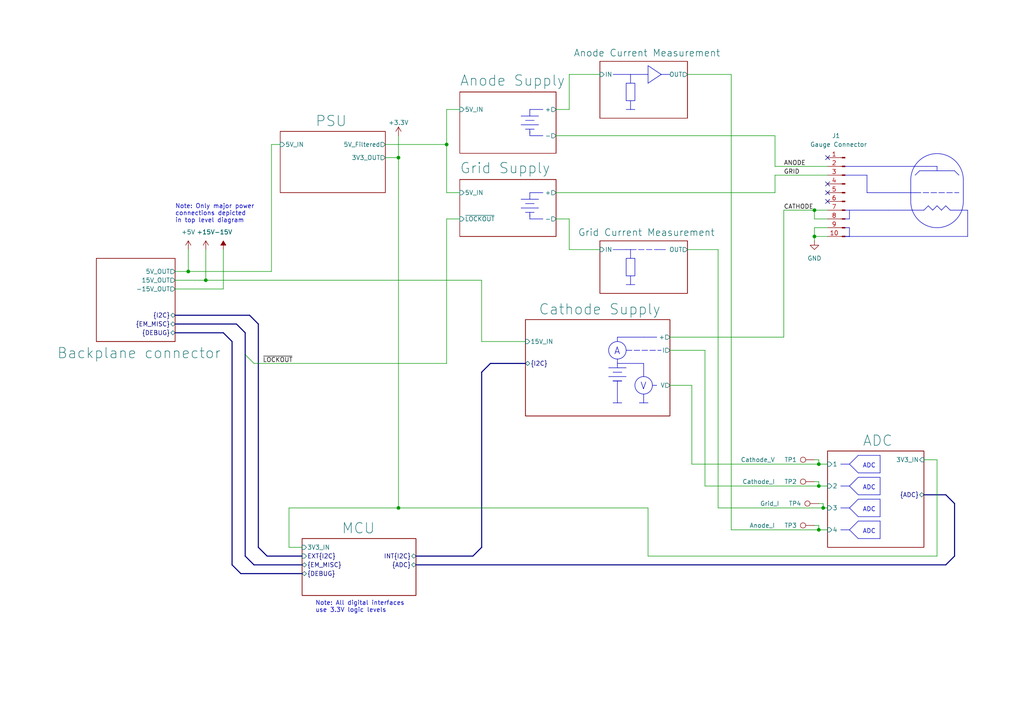
<source format=kicad_sch>
(kicad_sch (version 20230121) (generator eeschema)
  (paper "A4")
  (title_block (title "EuroMeasure Ion Gauge Controller") (date "2024-01-20") (rev "1.1.0"))
  (lib_symbols
    (symbol "Connector:Conn_01x10_Pin" (pin_names (offset 1.016) hide)
      (property "Reference" "J" (at 0 12.7 0))
      (property "Value" "Conn_01x10_Pin" (at 0 -15.24 0))
      (symbol "Conn_01x10_Pin_1_1"
        (polyline (pts (xy 1.27 -12.7) (xy 0.8636 -12.7)) (stroke (width 0.1524)))
        (polyline (pts (xy 1.27 -10.16) (xy 0.8636 -10.16)) (stroke (width 0.1524)))
        (polyline (pts (xy 1.27 -7.62) (xy 0.8636 -7.62)) (stroke (width 0.1524)))
        (polyline (pts (xy 1.27 -5.08) (xy 0.8636 -5.08)) (stroke (width 0.1524)))
        (polyline (pts (xy 1.27 -2.54) (xy 0.8636 -2.54)) (stroke (width 0.1524)))
        (polyline (pts (xy 1.27 0) (xy 0.8636 0)) (stroke (width 0.1524)))
        (polyline (pts (xy 1.27 2.54) (xy 0.8636 2.54)) (stroke (width 0.1524)))
        (polyline (pts (xy 1.27 5.08) (xy 0.8636 5.08)) (stroke (width 0.1524)))
        (polyline (pts (xy 1.27 7.62) (xy 0.8636 7.62)) (stroke (width 0.1524)))
        (polyline (pts (xy 1.27 10.16) (xy 0.8636 10.16)) (stroke (width 0.1524)))
        (rectangle (start 0.8636 -12.573) (end 0 -12.827) (stroke (width 0.1524)) (fill (type outline)))
        (rectangle (start 0.8636 -10.033) (end 0 -10.287) (stroke (width 0.1524)) (fill (type outline)))
        (rectangle (start 0.8636 -7.493) (end 0 -7.747) (stroke (width 0.1524)) (fill (type outline)))
        (rectangle (start 0.8636 -4.953) (end 0 -5.207) (stroke (width 0.1524)) (fill (type outline)))
        (rectangle (start 0.8636 -2.413) (end 0 -2.667) (stroke (width 0.1524)) (fill (type outline)))
        (rectangle (start 0.8636 0.127) (end 0 -0.127) (stroke (width 0.1524)) (fill (type outline)))
        (rectangle (start 0.8636 2.667) (end 0 2.413) (stroke (width 0.1524)) (fill (type outline)))
        (rectangle (start 0.8636 5.207) (end 0 4.953) (stroke (width 0.1524)) (fill (type outline)))
        (rectangle (start 0.8636 7.747) (end 0 7.493) (stroke (width 0.1524)) (fill (type outline)))
        (rectangle (start 0.8636 10.287) (end 0 10.033) (stroke (width 0.1524)) (fill (type outline)))
        (pin passive line (at 5.08 10.16 180) (length 3.81) (name "Pin_1") (number "1"))
        (pin passive line (at 5.08 -12.7 180) (length 3.81) (name "Pin_10") (number "10"))
        (pin passive line (at 5.08 7.62 180) (length 3.81) (name "Pin_2") (number "2"))
        (pin passive line (at 5.08 5.08 180) (length 3.81) (name "Pin_3") (number "3"))
        (pin passive line (at 5.08 2.54 180) (length 3.81) (name "Pin_4") (number "4"))
        (pin passive line (at 5.08 0 180) (length 3.81) (name "Pin_5") (number "5"))
        (pin passive line (at 5.08 -2.54 180) (length 3.81) (name "Pin_6") (number "6"))
        (pin passive line (at 5.08 -5.08 180) (length 3.81) (name "Pin_7") (number "7"))
        (pin passive line (at 5.08 -7.62 180) (length 3.81) (name "Pin_8") (number "8"))
        (pin passive line (at 5.08 -10.16 180) (length 3.81) (name "Pin_9") (number "9"))
      )
    )
    (symbol "MEMS_Other:TP_1mm_via" (pin_numbers hide) (pin_names (offset 0.762) hide) (in_bom no)
      (property "Reference" "TP" (at 0 6.858 0))
      (property "Value" "TestPoint" (at 0 5.08 0))
      (symbol "TP_1mm_via_0_1"
        (circle (center 0 3.302) (radius 0.762))
      )
      (symbol "TP_1mm_via_1_1"
        (pin passive line (at 0 0 90) (length 2.54) (name "1") (number "1"))
      )
    )
    (symbol "power:+15V" (power) (pin_names (offset 0))
      (property "Value" "+15V" (at 0 3.556 0))
      (symbol "+15V_0_1"
        (polyline (pts (xy -0.762 1.27) (xy 0 2.54)))
        (polyline (pts (xy 0 0) (xy 0 2.54)))
        (polyline (pts (xy 0 2.54) (xy 0.762 1.27)))
      )
      (symbol "+15V_1_1"
        (pin power_in line (at 0 0 90) (length 0) hide (name "+15V") (number "1"))
      )
    )
    (symbol "power:+3.3V" (power) (pin_names (offset 0))
      (property "Value" "+3.3V" (at 0 3.556 0))
      (symbol "+3.3V_0_1"
        (polyline (pts (xy -0.762 1.27) (xy 0 2.54)))
        (polyline (pts (xy 0 0) (xy 0 2.54)))
        (polyline (pts (xy 0 2.54) (xy 0.762 1.27)))
      )
      (symbol "+3.3V_1_1"
        (pin power_in line (at 0 0 90) (length 0) hide (name "+3.3V") (number "1"))
      )
    )
    (symbol "power:+5V" (power) (pin_names (offset 0))
      (property "Value" "+5V" (at 0 3.556 0))
      (symbol "+5V_0_1"
        (polyline (pts (xy -0.762 1.27) (xy 0 2.54)))
        (polyline (pts (xy 0 0) (xy 0 2.54)))
        (polyline (pts (xy 0 2.54) (xy 0.762 1.27)))
      )
      (symbol "+5V_1_1"
        (pin power_in line (at 0 0 90) (length 0) hide (name "+5V") (number "1"))
      )
    )
    (symbol "power:-15V" (power) (pin_names (offset 0))
      (property "Value" "-15V" (at 0 3.81 0))
      (symbol "-15V_0_0"
        (pin power_in line (at 0 0 90) (length 0) hide (name "-15V") (number "1"))
      )
      (symbol "-15V_0_1"
        (polyline (pts (xy 0 0) (xy 0 1.27) (xy 0.762 1.27) (xy 0 2.54) (xy -0.762 1.27) (xy 0 1.27)) (fill (type outline)))
      )
    )
    (symbol "power:GND" (power) (pin_names (offset 0))
      (property "Value" "GND" (at 0 -3.81 0))
      (symbol "GND_0_1"
        (polyline (pts (xy 0 0) (xy 0 -1.27) (xy 1.27 -1.27) (xy 0 -2.54) (xy -1.27 -1.27) (xy 0 -1.27)))
      )
      (symbol "GND_1_1"
        (pin power_in line (at 0 0 270) (length 0) hide (name "GND") (number "1"))
      )
    )
  )
  (bus_alias "ADC" (members "RESET" "DRDY" "CS" "SCLK" "DIN" "DOUT"))
  (junction (at 59.69 81.28))
  (junction (at 237.49 140.97))
  (junction (at 236.22 68.58))
  (junction (at 54.61 78.74))
  (junction (at 238.76 147.32))
  (junction (at 115.57 45.72))
  (junction (at 237.49 153.67))
  (junction (at 115.57 147.32))
  (junction (at 129.54 41.91))
  (junction (at 237.49 134.62))
  (junction (at 236.22 60.96))
  (no_connect (at 240.03 58.42))
  (no_connect (at 240.03 45.72))
  (no_connect (at 240.03 55.88))
  (no_connect (at 240.03 53.34))
  (bus_entry (at 71.12 102.87) (size 2.54 2.54))
  (polyline (pts (xy 157.48 39.37) (xy 153.67 39.37)))
  (wire (pts (xy 129.54 105.41) (xy 129.54 63.5)))
  (polyline (pts (xy 151.13 33.655) (xy 156.21 33.655)))
  (polyline (pts (xy 255.27 151.13) (xy 255.27 156.21)))
  (polyline (pts (xy 246.38 147.32) (xy 248.92 144.78)))
  (polyline (pts (xy 248.92 151.13) (xy 255.27 151.13)))
  (bus (pts (xy 74.93 93.98) (xy 72.39 91.44)))
  (polyline (pts (xy 153.67 62.865) (xy 153.67 61.595)))
  (wire (pts (xy 238.76 147.32) (xy 240.03 147.32)))
  (bus (pts (xy 139.7 107.95) (xy 142.24 105.41)))
  (wire (pts (xy 59.69 81.28) (xy 139.7 81.28)))
  (polyline (pts (xy 246.38 63.5) (xy 246.38 60.96)))
  (polyline (pts (xy 153.67 31.75) (xy 153.67 33.655)))
  (bus (pts (xy 267.97 143.51) (xy 274.32 143.51)))
  (polyline (pts (xy 245.11 68.58) (xy 246.38 68.58)))
  (polyline (pts (xy 271.78 48.26) (xy 271.78 49.53)))
  (polyline (pts (xy 280.67 60.96) (xy 275.59 60.96)))
  (polyline (pts (xy 248.92 149.86) (xy 255.27 149.86)))
  (polyline (pts (xy 187.96 19.05) (xy 187.96 24.13)))
  (bus (pts (xy 73.66 163.83) (xy 71.12 161.29)))
  (wire (pts (xy 129.54 31.75) (xy 133.35 31.75)))
  (polyline (pts (xy 276.86 49.53) (xy 278.13 50.8)))
  (polyline (pts (xy 182.88 21.59) (xy 182.88 24.13)))
  (polyline (pts (xy 190.5 97.79) (xy 186.69 97.79)))
  (wire (pts (xy 129.54 63.5) (xy 133.35 63.5)))
  (polyline (pts (xy 179.07 110.49) (xy 179.07 116.84)))
  (polyline (pts (xy 246.38 68.58) (xy 280.67 68.58)))
  (bus (pts (xy 142.24 105.41) (xy 152.4 105.41)))
  (wire (pts (xy 64.77 83.82) (xy 50.8 83.82)))
  (polyline (pts (xy 182.88 21.59) (xy 187.96 21.59)))
  (polyline (pts (xy 181.61 82.55) (xy 184.15 82.55)))
  (wire (pts (xy 187.96 161.29) (xy 271.78 161.29)))
  (polyline (pts (xy 182.88 72.39) (xy 182.88 74.93)))
  (polyline (pts (xy 179.07 97.79) (xy 186.69 97.79)))
  (bus (pts (xy 50.8 91.44) (xy 72.39 91.44)))
  (bus (pts (xy 74.93 93.98) (xy 74.93 158.75)))
  (polyline (pts (xy 153.67 55.88) (xy 153.67 57.785)))
  (wire (pts (xy 237.49 152.4) (xy 237.49 153.67)))
  (polyline (pts (xy 246.38 68.58) (xy 246.38 68.58)))
  (polyline (pts (xy 265.43 50.8) (xy 266.7 49.53)))
  (polyline (pts (xy 251.46 50.8) (xy 251.46 55.88)))
  (wire (pts (xy 199.39 72.39) (xy 208.28 72.39)))
  (wire (pts (xy 194.31 111.76) (xy 200.66 111.76)))
  (wire (pts (xy 161.29 63.5) (xy 165.1 63.5)))
  (wire (pts (xy 208.28 147.32) (xy 238.76 147.32)))
  (wire (pts (xy 83.82 158.75) (xy 87.63 158.75)))
  (wire (pts (xy 236.22 60.96) (xy 240.03 60.96)))
  (bus (pts (xy 276.86 146.05) (xy 276.86 161.29)))
  (polyline (pts (xy 245.11 50.8) (xy 251.46 50.8)))
  (polyline (pts (xy 248.92 143.51) (xy 255.27 143.51)))
  (wire (pts (xy 236.22 66.04) (xy 240.03 66.04)))
  (bus (pts (xy 50.8 93.98) (xy 68.58 93.98)))
  (wire (pts (xy 78.74 78.74) (xy 54.61 78.74)))
  (polyline (pts (xy 177.8 107.95) (xy 180.34 107.95)))
  (polyline (pts (xy 176.53 106.68) (xy 181.61 106.68)))
  (polyline (pts (xy 248.92 137.16) (xy 255.27 137.16)))
  (polyline (pts (xy 255.27 138.43) (xy 255.27 143.51)))
  (wire (pts (xy 227.33 60.96) (xy 227.33 97.79)))
  (polyline (pts (xy 152.4 34.925) (xy 154.94 34.925)))
  (wire (pts (xy 115.57 39.37) (xy 115.57 45.72)))
  (polyline (pts (xy 179.07 105.41) (xy 186.69 105.41)))
  (wire (pts (xy 50.8 81.28) (xy 59.69 81.28)))
  (polyline (pts (xy 248.92 143.51) (xy 246.38 140.97)))
  (polyline (pts (xy 248.92 144.78) (xy 255.27 144.78)))
  (polyline (pts (xy 185.42 116.84) (xy 186.69 116.84)))
  (wire (pts (xy 238.76 146.05) (xy 238.76 147.32)))
  (polyline (pts (xy 246.38 140.97) (xy 248.92 138.43)))
  (wire (pts (xy 237.49 153.67) (xy 240.03 153.67)))
  (bus (pts (xy 87.63 161.29) (xy 77.47 161.29)))
  (bus (pts (xy 139.7 158.75) (xy 139.7 107.95)))
  (polyline (pts (xy 255.27 132.08) (xy 255.27 137.16)))
  (bus (pts (xy 120.65 161.29) (xy 137.16 161.29)))
  (wire (pts (xy 129.54 55.88) (xy 129.54 41.91)))
  (polyline (pts (xy 157.48 55.88) (xy 153.67 55.88)))
  (bus (pts (xy 87.63 163.83) (xy 73.66 163.83)))
  (polyline (pts (xy 243.84 140.97) (xy 246.38 140.97)))
  (polyline (pts (xy 266.7 49.53) (xy 276.86 49.53)))
  (wire (pts (xy 204.47 140.97) (xy 237.49 140.97)))
  (polyline (pts (xy 279.4 52.07) (xy 279.4 58.42)))
  (polyline (pts (xy 179.07 97.79) (xy 179.07 99.06)))
  (polyline (pts (xy 273.05 60.96) (xy 274.32 59.69)))
  (polyline (pts (xy 186.69 114.3) (xy 186.69 116.84)))
  (wire (pts (xy 165.1 31.75) (xy 165.1 21.59)))
  (wire (pts (xy 236.22 63.5) (xy 236.22 60.96)))
  (polyline (pts (xy 177.8 110.49) (xy 180.34 110.49)))
  (wire (pts (xy 237.49 134.62) (xy 200.66 134.62)))
  (wire (pts (xy 200.66 134.62) (xy 200.66 111.76)))
  (bus (pts (xy 120.65 163.83) (xy 274.32 163.83)))
  (polyline (pts (xy 177.8 110.49) (xy 180.34 110.49)))
  (wire (pts (xy 224.79 55.88) (xy 224.79 50.8)))
  (wire (pts (xy 83.82 147.32) (xy 83.82 158.75)))
  (wire (pts (xy 78.74 41.91) (xy 78.74 78.74)))
  (wire (pts (xy 83.82 147.32) (xy 115.57 147.32)))
  (polyline (pts (xy 243.84 147.32) (xy 246.38 147.32)))
  (wire (pts (xy 237.49 133.35) (xy 237.49 134.62)))
  (polyline (pts (xy 255.27 144.78) (xy 255.27 149.86)))
  (wire (pts (xy 139.7 81.28) (xy 139.7 99.06)))
  (polyline (pts (xy 177.8 116.84) (xy 179.07 116.84)))
  (wire (pts (xy 236.22 133.35) (xy 237.49 133.35)))
  (wire (pts (xy 194.31 101.6) (xy 204.47 101.6)))
  (wire (pts (xy 165.1 72.39) (xy 173.99 72.39)))
  (polyline (pts (xy 245.11 63.5) (xy 246.38 63.5)))
  (polyline (pts (xy 271.78 59.69) (xy 273.05 60.96)))
  (wire (pts (xy 236.22 68.58) (xy 236.22 69.85)))
  (polyline (pts (xy 248.92 138.43) (xy 255.27 138.43)))
  (polyline (pts (xy 182.88 80.01) (xy 182.88 82.55)))
  (polyline (pts (xy 182.88 29.21) (xy 182.88 31.75)))
  (polyline (pts (xy 265.43 55.88) (xy 278.13 55.88)) (stroke (width 0) (type dash)))
  (wire (pts (xy 212.09 21.59) (xy 212.09 153.67)))
  (bus (pts (xy 276.86 146.05) (xy 274.32 143.51)))
  (polyline (pts (xy 151.13 36.195) (xy 156.21 36.195)))
  (bus (pts (xy 67.31 99.06) (xy 67.31 163.83)))
  (bus (pts (xy 71.12 96.52) (xy 68.58 93.98)))
  (polyline (pts (xy 248.92 156.21) (xy 246.38 153.67)))
  (polyline (pts (xy 157.48 63.5) (xy 153.67 63.5)))
  (polyline (pts (xy 152.4 37.465) (xy 154.94 37.465)))
  (polyline (pts (xy 181.61 101.6) (xy 191.77 101.6)) (stroke (width 0) (type dash)))
  (polyline (pts (xy 186.69 109.22) (xy 186.69 105.41)))
  (wire (pts (xy 224.79 50.8) (xy 240.03 50.8)))
  (wire (pts (xy 236.22 152.4) (xy 237.49 152.4)))
  (polyline (pts (xy 246.38 66.04) (xy 246.38 68.58)))
  (polyline (pts (xy 248.92 132.08) (xy 255.27 132.08)))
  (polyline (pts (xy 177.8 72.39) (xy 181.61 72.39)))
  (polyline (pts (xy 181.61 72.39) (xy 182.88 72.39)))
  (polyline (pts (xy 153.67 38.1) (xy 153.67 39.37)))
  (wire (pts (xy 81.28 41.91) (xy 78.74 41.91)))
  (polyline (pts (xy 179.07 104.14) (xy 179.07 106.68)))
  (bus (pts (xy 77.47 161.29) (xy 74.93 158.75)))
  (polyline (pts (xy 243.84 153.67) (xy 246.38 153.67)))
  (polyline (pts (xy 190.5 72.39) (xy 193.04 72.39)))
  (polyline (pts (xy 187.96 19.05) (xy 191.77 21.59)))
  (wire (pts (xy 115.57 45.72) (xy 115.57 147.32)))
  (wire (pts (xy 236.22 68.58) (xy 236.22 66.04)))
  (wire (pts (xy 54.61 72.39) (xy 54.61 78.74)))
  (wire (pts (xy 64.77 72.39) (xy 64.77 83.82)))
  (bus (pts (xy 137.16 161.29) (xy 139.7 158.75)))
  (polyline (pts (xy 270.51 60.96) (xy 271.78 59.69)))
  (polyline (pts (xy 245.11 60.96) (xy 257.81 60.96)))
  (polyline (pts (xy 245.11 68.58) (xy 246.38 68.58)))
  (polyline (pts (xy 248.92 149.86) (xy 246.38 147.32)))
  (polyline (pts (xy 264.16 52.07) (xy 264.16 58.42)))
  (wire (pts (xy 237.49 140.97) (xy 240.03 140.97)))
  (wire (pts (xy 111.76 45.72) (xy 115.57 45.72)))
  (polyline (pts (xy 248.92 137.16) (xy 246.38 134.62)))
  (wire (pts (xy 54.61 78.74) (xy 50.8 78.74)))
  (polyline (pts (xy 179.07 116.84) (xy 180.34 116.84)))
  (polyline (pts (xy 181.61 31.75) (xy 184.15 31.75)))
  (wire (pts (xy 212.09 153.67) (xy 237.49 153.67)))
  (bus (pts (xy 64.77 96.52) (xy 67.31 99.06)))
  (polyline (pts (xy 151.13 57.785) (xy 156.21 57.785)))
  (wire (pts (xy 139.7 99.06) (xy 152.4 99.06)))
  (wire (pts (xy 224.79 48.26) (xy 240.03 48.26)))
  (wire (pts (xy 73.66 105.41) (xy 129.54 105.41)))
  (polyline (pts (xy 177.8 21.59) (xy 182.88 21.59)))
  (wire (pts (xy 187.96 147.32) (xy 187.96 161.29)))
  (bus (pts (xy 274.32 163.83) (xy 276.86 161.29)))
  (wire (pts (xy 165.1 21.59) (xy 173.99 21.59)))
  (polyline (pts (xy 182.88 72.39) (xy 190.5 72.39)) (stroke (width 0) (type dash)))
  (polyline (pts (xy 176.53 109.22) (xy 181.61 109.22)))
  (polyline (pts (xy 153.67 62.23) (xy 153.67 63.5)))
  (polyline (pts (xy 245.11 48.26) (xy 271.78 48.26)))
  (polyline (pts (xy 245.11 66.04) (xy 246.38 66.04)))
  (wire (pts (xy 199.39 21.59) (xy 212.09 21.59)))
  (wire (pts (xy 161.29 31.75) (xy 165.1 31.75)))
  (wire (pts (xy 224.79 48.26) (xy 224.79 39.37)))
  (polyline (pts (xy 189.23 111.76) (xy 190.5 111.76)))
  (bus (pts (xy 71.12 96.52) (xy 71.12 102.87)))
  (bus (pts (xy 71.12 102.87) (xy 71.12 161.29)))
  (wire (pts (xy 271.78 161.29) (xy 271.78 133.35)))
  (bus (pts (xy 50.8 96.52) (xy 64.77 96.52)))
  (wire (pts (xy 129.54 31.75) (xy 129.54 41.91)))
  (polyline (pts (xy 246.38 134.62) (xy 248.92 132.08)))
  (polyline (pts (xy 269.24 59.69) (xy 270.51 60.96)))
  (polyline (pts (xy 267.97 60.96) (xy 257.81 60.96)))
  (polyline (pts (xy 186.69 116.84) (xy 187.96 116.84)))
  (polyline (pts (xy 246.38 153.67) (xy 248.92 151.13)))
  (polyline (pts (xy 248.92 156.21) (xy 255.27 156.21)))
  (wire (pts (xy 236.22 139.7) (xy 237.49 139.7)))
  (wire (pts (xy 59.69 72.39) (xy 59.69 81.28)))
  (wire (pts (xy 165.1 63.5) (xy 165.1 72.39)))
  (polyline (pts (xy 157.48 31.75) (xy 153.67 31.75)))
  (wire (pts (xy 115.57 147.32) (xy 187.96 147.32)))
  (wire (pts (xy 208.28 72.39) (xy 208.28 147.32)))
  (polyline (pts (xy 153.67 38.735) (xy 153.67 37.465)))
  (wire (pts (xy 227.33 60.96) (xy 236.22 60.96)))
  (wire (pts (xy 204.47 101.6) (xy 204.47 140.97)))
  (wire (pts (xy 237.49 146.05) (xy 238.76 146.05)))
  (bus (pts (xy 69.85 166.37) (xy 87.63 166.37)))
  (polyline (pts (xy 267.97 60.96) (xy 269.24 59.69)))
  (wire (pts (xy 133.35 55.88) (xy 129.54 55.88)))
  (wire (pts (xy 237.49 139.7) (xy 237.49 140.97)))
  (polyline (pts (xy 280.67 68.58) (xy 280.67 60.96)))
  (polyline (pts (xy 243.84 134.62) (xy 246.38 134.62)))
  (polyline (pts (xy 191.77 21.59) (xy 187.96 24.13)))
  (polyline (pts (xy 251.46 55.88) (xy 265.43 55.88)))
  (polyline (pts (xy 274.32 59.69) (xy 275.59 60.96)))
  (wire (pts (xy 194.31 97.79) (xy 227.33 97.79)))
  (wire (pts (xy 161.29 39.37) (xy 224.79 39.37)))
  (wire (pts (xy 237.49 134.62) (xy 240.03 134.62)))
  (wire (pts (xy 267.97 133.35) (xy 271.78 133.35)))
  (polyline (pts (xy 151.13 60.325) (xy 156.21 60.325)))
  (bus (pts (xy 67.31 163.83) (xy 69.85 166.37)))
  (polyline (pts (xy 152.4 59.055) (xy 154.94 59.055)))
  (wire (pts (xy 240.03 68.58) (xy 236.22 68.58)))
  (wire (pts (xy 111.76 41.91) (xy 129.54 41.91)))
  (wire (pts (xy 240.03 63.5) (xy 236.22 63.5)))
  (wire (pts (xy 161.29 55.88) (xy 224.79 55.88)))
  (polyline (pts (xy 152.4 61.595) (xy 154.94 61.595)))
  (polyline (pts (xy 191.77 21.59) (xy 194.31 21.59)))
  (rectangle (start 181.61 24.13) (end 184.15 29.21))
  (circle (center 179.07 101.6) (radius 2.54))
  (circle (center 186.69 111.76) (radius 2.54))
  (rectangle (start 181.61 74.93) (end 184.15 80.01))
  (arc (start 279.4 58.5233) (mid 271.78 66.0407) (end 264.16 58.5233))
  (arc (start 264.16 52.07) (mid 271.78 44.5526) (end 279.4 52.07))
  (text "ADC" (at 250.19 135.89 0) (effects (font (size 1.27 1.27)) (justify left bottom)))
  (text "ADC" (at 250.19 142.24 0) (effects (font (size 1.27 1.27)) (justify left bottom)))
  (text "V" (at 185.674 113.284 0) (effects (font (size 2 2)) (justify left bottom)))
  (text "Note: All digital interfaces\nuse 3.3V logic levels" (at 91.44 177.8 0) (effects (font (size 1.27 1.27)) (justify left bottom)))
  (text "A" (at 178.054 103.124 0) (effects (font (size 2 2)) (justify left bottom)))
  (text "Note: Only major power\nconnections depicted\nin top level diagram" (at 50.8 64.77 0) (effects (font (size 1.27 1.27)) (justify left bottom)))
  (text "ADC" (at 250.19 148.59 0) (effects (font (size 1.27 1.27)) (justify left bottom)))
  (text "ADC" (at 250.19 154.94 0) (effects (font (size 1.27 1.27)) (justify left bottom)))
  (label "GRID" (at 227.33 50.8 0))
  (label "CATHODE" (at 227.33 60.96 0))
  (label "~{LOCKOUT}" (at 76.2 105.41 0))
  (label "ANODE" (at 227.33 48.26 0))
  (symbol (lib_id "Connector:Conn_01x10_Pin") (at 245.11 55.88 0) (mirror y) (unit 1)
    (property "Reference" "J1" (at 241.3 39.37 0) (effects (justify right)))
    (property "Value" "Gauge Connector" (at 234.95 41.91 0) (effects (justify right)))
    (property "Footprint" "Connector_IDC:IDC-Header_2x05_P2.54mm_Horizontal" (effects hide))
    (property "MPN" "61201021721" (effects hide))
    (property "Mouser" "710-61201021721" (effects hide))
  )
  (symbol (lib_id "power:+5V") (at 54.61 72.39 0) (unit 1)
    (property "Reference" "#PWR01" (effects hide))
    (property "Value" "+5V" (at 54.61 67.31 0))
  )
  (symbol (lib_id "MEMS_Other:TP_1mm_via") (at 236.22 152.4 90) (mirror x) (unit 1) (in_bom no)
    (property "Reference" "TP3" (at 231.14 152.4 90) (effects (justify left)))
    (property "Value" "Anode_I" (at 224.79 152.4 90) (effects (justify left)))
    (property "Footprint" "MEMS_Custom:TestPoint_Pad_D1.0mm" (effects hide))
    (property "Sim.Enable" "0" (effects hide))
  )
  (symbol (lib_id "MEMS_Other:TP_1mm_via") (at 236.22 139.7 90) (mirror x) (unit 1) (in_bom no)
    (property "Reference" "TP2" (at 231.14 139.7 90) (effects (justify left)))
    (property "Value" "Cathode_I" (at 224.79 139.7 90) (effects (justify left)))
    (property "Footprint" "MEMS_Custom:TestPoint_Pad_D1.0mm" (effects hide))
    (property "Sim.Enable" "0" (effects hide))
  )
  (symbol (lib_id "power:+3.3V") (at 115.57 39.37 0) (unit 1)
    (property "Reference" "#PWR04" (effects hide))
    (property "Value" "+3.3V" (at 115.57 35.56 0))
  )
  (symbol (lib_id "power:+15V") (at 59.69 72.39 0) (unit 1)
    (property "Reference" "#PWR02" (effects hide))
    (property "Value" "+15V" (at 59.69 67.31 0))
  )
  (symbol (lib_id "power:-15V") (at 64.77 72.39 0) (unit 1)
    (property "Reference" "#PWR03" (effects hide))
    (property "Value" "-15V" (at 64.77 67.31 0))
  )
  (symbol (lib_id "MEMS_Other:TP_1mm_via") (at 237.49 146.05 90) (mirror x) (unit 1) (in_bom no)
    (property "Reference" "TP4" (at 232.41 146.05 90) (effects (justify left)))
    (property "Value" "Grid_I" (at 226.06 146.05 90) (effects (justify left)))
    (property "Footprint" "MEMS_Custom:TestPoint_Pad_D1.0mm" (effects hide))
    (property "Sim.Enable" "0" (effects hide))
  )
  (symbol (lib_id "MEMS_Other:TP_1mm_via") (at 236.22 133.35 90) (mirror x) (unit 1) (in_bom no)
    (property "Reference" "TP1" (at 231.14 133.35 90) (effects (justify left)))
    (property "Value" "Cathode_V" (at 224.79 133.35 90) (effects (justify left)))
    (property "Footprint" "MEMS_Custom:TestPoint_Pad_D1.0mm" (effects hide))
    (property "Sim.Enable" "0" (effects hide))
  )
  (symbol (lib_id "power:GND") (at 236.22 69.85 0) (unit 1)
    (property "Reference" "#PWR05" (effects hide))
    (property "Value" "GND" (at 236.22 74.93 0))
  )
  (sheet (at 152.4 92.71) (size 41.91 27.94) (stroke (width 0.1524))
    (property "Sheetname" "Cathode Supply" (at 156.21 91.44 0) (effects (font (size 3 3)) (justify left bottom)))
    (property "Sheetfile" "sch/cathode_supply.kicad_sch" (effects hide))
    (pin "15V_IN" input (at 152.4 99.06 180))
    (pin "+" output (at 194.31 97.79 0))
    (pin "V" output (at 194.31 111.76 0))
    (pin "I" output (at 194.31 101.6 0))
    (pin "{I2C}" bidirectional (at 152.4 105.41 180))
  )
  (sheet (at 133.35 52.07) (size 27.94 16.51) (stroke (width 0.1524))
    (property "Sheetname" "Grid Supply" (at 133.35 50.4934 0) (effects (font (size 3 3)) (justify left bottom)))
    (property "Sheetfile" "sch/grid_supply.kicad_sch" (effects hide))
    (pin "~{LOCKOUT}" input (at 133.35 63.5 180))
    (pin "5V_IN" input (at 133.35 55.88 180))
    (pin "-" output (at 161.29 63.5 0))
    (pin "+" output (at 161.29 55.88 0))
  )
  (sheet (at 133.35 26.67) (size 27.94 17.78) (stroke (width 0.1524))
    (property "Sheetname" "Anode Supply" (at 133.35 25.0934 0) (effects (font (size 3 3)) (justify left bottom)))
    (property "Sheetfile" "sch/anode_supply.kicad_sch" (effects hide))
    (pin "-" output (at 161.29 39.37 0))
    (pin "+" output (at 161.29 31.75 0))
    (pin "5V_IN" input (at 133.35 31.75 180))
  )
  (sheet (at 173.99 69.85) (size 25.4 15.24) (stroke (width 0.1524))
    (property "Sheetname" "Grid Current Measurement" (at 167.64 68.58 0) (effects (font (size 2 2)) (justify left bottom)))
    (property "Sheetfile" "sch/grid_current_measurement.kicad_sch" (effects hide))
    (pin "IN" input (at 173.99 72.39 180))
    (pin "OUT" output (at 199.39 72.39 0))
  )
  (sheet (at 240.03 130.81) (size 27.94 27.94) (stroke (width 0.1524))
    (property "Sheetname" "ADC" (at 250.19 129.54 0) (effects (font (size 3 3)) (justify left bottom)))
    (property "Sheetfile" "sch/adc.kicad_sch" (effects hide))
    (pin "2" input (at 240.03 140.97 180))
    (pin "1" input (at 240.03 134.62 180))
    (pin "3" input (at 240.03 147.32 180))
    (pin "4" input (at 240.03 153.67 180))
    (pin "{ADC}" bidirectional (at 267.97 143.51 0))
    (pin "3V3_IN" input (at 267.97 133.35 0))
  )
  (sheet (at 173.99 17.78) (size 25.4 16.51) (stroke (width 0.1524))
    (property "Sheetname" "Anode Current Measurement" (at 166.37 16.51 0) (effects (font (size 2 2)) (justify left bottom)))
    (property "Sheetfile" "sch/anode_current_measurement.kicad_sch" (effects hide))
    (pin "IN" input (at 173.99 21.59 180))
    (pin "OUT" output (at 199.39 21.59 0))
  )
  (sheet (at 27.94 74.93) (size 22.86 24.13) (stroke (width 0.1524))
    (property "Sheetname" "Backplane connector" (at 16.51 104.14 0) (effects (font (size 3 3)) (justify left bottom)))
    (property "Sheetfile" "sch/backplane_connector.kicad_sch" (effects hide))
    (pin "15V_OUT" output (at 50.8 81.28 0))
    (pin "5V_OUT" output (at 50.8 78.74 0))
    (pin "-15V_OUT" output (at 50.8 83.82 0))
    (pin "{I2C}" bidirectional (at 50.8 91.44 0))
    (pin "{EM_MISC}" bidirectional (at 50.8 93.98 0))
    (pin "{DEBUG}" bidirectional (at 50.8 96.52 0))
  )
  (sheet (at 87.63 156.21) (size 33.02 16.51) (stroke (width 0.1524))
    (property "Sheetname" "MCU" (at 99.06 154.94 0) (effects (font (size 3 3)) (justify left bottom)))
    (property "Sheetfile" "sch/MCU.kicad_sch" (effects hide))
    (pin "INT{I2C}" bidirectional (at 120.65 161.29 0))
    (pin "{ADC}" bidirectional (at 120.65 163.83 0))
    (pin "{DEBUG}" bidirectional (at 87.63 166.37 180))
    (pin "EXT{I2C}" input (at 87.63 161.29 180))
    (pin "{EM_MISC}" bidirectional (at 87.63 163.83 180))
    (pin "3V3_IN" input (at 87.63 158.75 180))
  )
  (sheet (at 81.28 38.1) (size 30.48 17.78) (stroke (width 0.1524))
    (property "Sheetname" "PSU" (at 91.44 36.83 0) (effects (font (size 3 3)) (justify left bottom)))
    (property "Sheetfile" "sch/psu.kicad_sch" (effects hide))
    (pin "5V_IN" input (at 81.28 41.91 180))
    (pin "5V_Filtered" output (at 111.76 41.91 0))
    (pin "3V3_OUT" output (at 111.76 45.72 0))
  )
)
</source>
